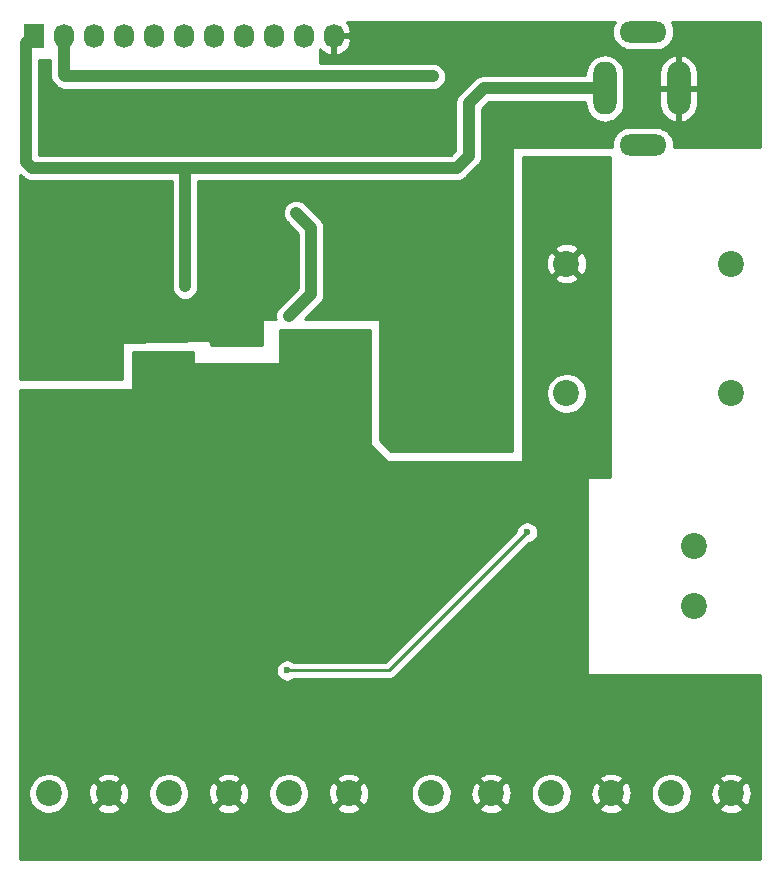
<source format=gbl>
G04 #@! TF.FileFunction,Copper,L2,Bot,Signal*
%FSLAX46Y46*%
G04 Gerber Fmt 4.6, Leading zero omitted, Abs format (unit mm)*
G04 Created by KiCad (PCBNEW 4.0.2-stable) date Sunday, 28 August 2016 12:14:49*
%MOMM*%
G01*
G04 APERTURE LIST*
%ADD10C,0.100000*%
%ADD11C,0.600000*%
%ADD12O,4.000000X1.800000*%
%ADD13O,2.000000X4.500000*%
%ADD14R,1.727200X2.032000*%
%ADD15O,1.727200X2.032000*%
%ADD16C,2.200000*%
%ADD17C,2.000000*%
%ADD18C,0.250000*%
%ADD19C,1.000000*%
%ADD20C,0.254000*%
G04 APERTURE END LIST*
D10*
D11*
X124460000Y-88646000D03*
X124460000Y-85090000D03*
X127635000Y-83185000D03*
X127635000Y-85725000D03*
X127635000Y-88265000D03*
X122428000Y-92329000D03*
X119634000Y-92075000D03*
X119634000Y-95250000D03*
X122555000Y-95250000D03*
X124460000Y-94361000D03*
X124460000Y-96520000D03*
X124460000Y-99060000D03*
X124460000Y-101600000D03*
X124460000Y-106680000D03*
X114173000Y-108077000D03*
X120523000Y-108077000D03*
X118110000Y-106680000D03*
X120523000Y-100457000D03*
X118110000Y-101600000D03*
X118110000Y-98552000D03*
X111760000Y-106680000D03*
X114173000Y-100457000D03*
X112395000Y-101600000D03*
X113030000Y-96520000D03*
X113030000Y-91440000D03*
X113030000Y-88265000D03*
X113030000Y-85979000D03*
X99060000Y-91440000D03*
X99060000Y-88265000D03*
X104140000Y-88265000D03*
X108585000Y-85090000D03*
X108585000Y-88265000D03*
X109347000Y-95631000D03*
X108458000Y-93218000D03*
X105283000Y-96393000D03*
X107823000Y-100457000D03*
X105410000Y-101600000D03*
X99060000Y-96520000D03*
X102870000Y-100330000D03*
X99060000Y-101600000D03*
X102870000Y-105156000D03*
X107823000Y-108077000D03*
X105410000Y-106680000D03*
X101473000Y-108077000D03*
X99060000Y-106680000D03*
X99060000Y-111760000D03*
X105410000Y-111760000D03*
X111760000Y-111760000D03*
X118110000Y-111760000D03*
X124460000Y-110363000D03*
X124460000Y-112649000D03*
X117729000Y-116840000D03*
X114554000Y-116840000D03*
X109220000Y-116840000D03*
X106680000Y-116840000D03*
X102870000Y-116840000D03*
X99060000Y-116840000D03*
X99060000Y-127000000D03*
X104775000Y-127000000D03*
X109855000Y-127000000D03*
X114935000Y-127000000D03*
X120015000Y-127000000D03*
X125095000Y-127000000D03*
X160655000Y-112395000D03*
X160655000Y-116840000D03*
X160655000Y-127000000D03*
X155575000Y-127000000D03*
X150495000Y-127000000D03*
X145415000Y-127000000D03*
X140335000Y-127000000D03*
X135255000Y-127000000D03*
X130175000Y-127000000D03*
X130810000Y-112014000D03*
X126746000Y-116840000D03*
X129794000Y-116840000D03*
X133096000Y-116840000D03*
X136144000Y-116840000D03*
X139446000Y-116840000D03*
X142494000Y-116840000D03*
X145415000Y-116840000D03*
X150495000Y-116840000D03*
X155575000Y-116840000D03*
X137160000Y-111760000D03*
X143510000Y-111760000D03*
X155575000Y-112395000D03*
X150495000Y-112395000D03*
X146050000Y-112395000D03*
X126873000Y-108077000D03*
X126873000Y-100457000D03*
X126746000Y-96647000D03*
X127635000Y-91948000D03*
X130810000Y-108966000D03*
X130810000Y-105918000D03*
X139573000Y-108077000D03*
X137160000Y-106680000D03*
X139700000Y-103505000D03*
X137541000Y-100330000D03*
X133223000Y-100457000D03*
X130810000Y-101600000D03*
X130810000Y-98425000D03*
X130810000Y-94234000D03*
X133985000Y-94234000D03*
X137922000Y-97282000D03*
X137795000Y-94361000D03*
X143510000Y-106680000D03*
X143510000Y-101600000D03*
X146050000Y-107315000D03*
X146050000Y-102235000D03*
X146050000Y-97155000D03*
X147955000Y-94615000D03*
X146050000Y-94615000D03*
X141605000Y-93980000D03*
X147955000Y-89535000D03*
X141605000Y-89535000D03*
X147955000Y-84455000D03*
X141605000Y-84455000D03*
X147955000Y-79375000D03*
X141605000Y-79375000D03*
X147955000Y-74295000D03*
X141605000Y-74295000D03*
X147955000Y-68580000D03*
X124714000Y-77724000D03*
X121666000Y-78359000D03*
X129540000Y-58420000D03*
X135001000Y-66548000D03*
X135001000Y-64516000D03*
X135001000Y-62865000D03*
X134620000Y-58420000D03*
X139700000Y-58420000D03*
X144780000Y-58420000D03*
X154940000Y-66040000D03*
X160020000Y-66040000D03*
X160020000Y-58420000D03*
X154940000Y-58420000D03*
X149860000Y-59690000D03*
X149860000Y-64770000D03*
X144780000Y-66040000D03*
X139700000Y-66040000D03*
X129413000Y-85852000D03*
X129413000Y-88519000D03*
X129413000Y-91440000D03*
X133223000Y-92583000D03*
X133604000Y-89662000D03*
X135001000Y-92583000D03*
X137414000Y-92583000D03*
X139700000Y-92583000D03*
X139700000Y-90170000D03*
X139700000Y-86360000D03*
X139700000Y-81280000D03*
X139700000Y-71120000D03*
X139700000Y-76200000D03*
X136525000Y-78867000D03*
X133477000Y-79248000D03*
X134620000Y-73660000D03*
X133350000Y-76200000D03*
X129540000Y-76200000D03*
X129413000Y-79248000D03*
X124714000Y-76581000D03*
X124714000Y-78994000D03*
X121666000Y-79121000D03*
X121666000Y-77597000D03*
X106680000Y-86360000D03*
X111506000Y-82550000D03*
X104140000Y-81407000D03*
X101600000Y-83820000D03*
X104140000Y-86360000D03*
X99060000Y-86360000D03*
X98806000Y-81280000D03*
X98806000Y-76200000D03*
X99060000Y-71120000D03*
X100380800Y-66954400D03*
X100431600Y-64262000D03*
D12*
X151305000Y-67030000D03*
D13*
X148055000Y-62230000D03*
X154305000Y-62230000D03*
D12*
X151305000Y-57430000D03*
D14*
X99695000Y-57785000D03*
D15*
X102235000Y-57785000D03*
X104775000Y-57785000D03*
X107315000Y-57785000D03*
X109855000Y-57785000D03*
X112395000Y-57785000D03*
X114935000Y-57785000D03*
X117475000Y-57785000D03*
X120015000Y-57785000D03*
X122555000Y-57785000D03*
X125095000Y-57785000D03*
D16*
X100965000Y-121920000D03*
X106045000Y-121920000D03*
X111125000Y-121920000D03*
X116205000Y-121920000D03*
X121285000Y-121920000D03*
X126365000Y-121920000D03*
X133350000Y-121920000D03*
X138430000Y-121920000D03*
X143510000Y-121920000D03*
X148590000Y-121920000D03*
X153670000Y-121920000D03*
X158750000Y-121920000D03*
X155575000Y-106045000D03*
X155575000Y-100965000D03*
D17*
X116840000Y-81915000D03*
D16*
X158715000Y-88050000D03*
X158715000Y-77050000D03*
X144815000Y-77050000D03*
X144815000Y-88050000D03*
D11*
X100431600Y-60045600D03*
X141605000Y-68580000D03*
X147955000Y-79375000D03*
X117602000Y-116840000D03*
X147955000Y-89535000D03*
X137160000Y-111760000D03*
X154940000Y-66040000D03*
X111506000Y-82550000D03*
X98806000Y-81280000D03*
X104140000Y-86360000D03*
X99060000Y-86360000D03*
X104140000Y-81407000D03*
X101600000Y-83820000D03*
X134620000Y-73660000D03*
X106680000Y-86360000D03*
X136525000Y-84455000D03*
X112522000Y-78994000D03*
X136525000Y-65405000D03*
X121920000Y-72771000D03*
X121920000Y-68961000D03*
X121285000Y-81534000D03*
X133477000Y-68961000D03*
X129032000Y-68961000D03*
X124587000Y-68961000D03*
X120142000Y-68961000D03*
X115697000Y-68961000D03*
X111252000Y-68961000D03*
X106807000Y-68961000D03*
X102362000Y-68961000D03*
X133477000Y-61214000D03*
X102362000Y-61214000D03*
X106807000Y-61214000D03*
X111252000Y-61214000D03*
X115697000Y-61214000D03*
X120142000Y-61214000D03*
X124587000Y-61214000D03*
X129032000Y-61214000D03*
X141478000Y-99822000D03*
X121158000Y-111506000D03*
D18*
X137795000Y-94107000D02*
X137795000Y-93980000D01*
X133985000Y-94107000D02*
X133985000Y-93980000D01*
X137795000Y-93980000D02*
X141605000Y-93980000D01*
X127000000Y-116840000D02*
X126873000Y-116840000D01*
X127000000Y-96520000D02*
X126746000Y-96520000D01*
X130810000Y-109220000D02*
X130810000Y-109093000D01*
X99060000Y-86360000D02*
X98806000Y-86106000D01*
X103886000Y-86614000D02*
X99314000Y-86614000D01*
X99314000Y-86614000D02*
X99060000Y-86360000D01*
X103886000Y-86614000D02*
X104140000Y-86360000D01*
X98806000Y-86106000D02*
X98806000Y-81280000D01*
X104140000Y-83820000D02*
X101600000Y-83820000D01*
X104140000Y-86360000D02*
X104140000Y-83820000D01*
X104140000Y-83820000D02*
X104140000Y-81407000D01*
X104140000Y-81407000D02*
X104140000Y-81280000D01*
X106680000Y-86360000D02*
X104140000Y-86360000D01*
D19*
X121285000Y-81534000D02*
X123190000Y-79629000D01*
X123190000Y-74041000D02*
X121920000Y-72771000D01*
X123190000Y-79629000D02*
X123190000Y-74041000D01*
X99060000Y-58420000D02*
X99060000Y-68453000D01*
X99060000Y-68453000D02*
X99568000Y-68961000D01*
X99568000Y-68961000D02*
X102362000Y-68961000D01*
X99060000Y-58420000D02*
X99695000Y-57785000D01*
X112522000Y-68961000D02*
X112522000Y-78994000D01*
X115697000Y-68961000D02*
X112522000Y-68961000D01*
X112522000Y-68961000D02*
X111252000Y-68961000D01*
X133477000Y-68961000D02*
X135509000Y-68961000D01*
X137795000Y-62230000D02*
X148055000Y-62230000D01*
X136525000Y-63500000D02*
X137795000Y-62230000D01*
X136525000Y-67945000D02*
X136525000Y-65405000D01*
X136525000Y-65405000D02*
X136525000Y-63500000D01*
X135509000Y-68961000D02*
X136525000Y-67945000D01*
X106807000Y-68961000D02*
X102362000Y-68961000D01*
X111252000Y-68961000D02*
X106807000Y-68961000D01*
X120142000Y-68961000D02*
X115697000Y-68961000D01*
X124587000Y-68961000D02*
X121920000Y-68961000D01*
X121920000Y-68961000D02*
X120142000Y-68961000D01*
X133477000Y-68961000D02*
X129032000Y-68961000D01*
X129032000Y-68961000D02*
X124587000Y-68961000D01*
X102235000Y-61087000D02*
X102362000Y-61214000D01*
X102235000Y-57785000D02*
X102235000Y-61087000D01*
X129032000Y-61214000D02*
X133477000Y-61214000D01*
X124587000Y-61214000D02*
X129032000Y-61214000D01*
X120142000Y-61214000D02*
X124587000Y-61214000D01*
X115697000Y-61214000D02*
X120142000Y-61214000D01*
X111252000Y-61214000D02*
X115697000Y-61214000D01*
X102362000Y-61214000D02*
X106807000Y-61214000D01*
X106807000Y-61214000D02*
X111252000Y-61214000D01*
D18*
X129794000Y-111506000D02*
X121158000Y-111506000D01*
X141478000Y-99822000D02*
X129794000Y-111506000D01*
D20*
G36*
X148463000Y-95123000D02*
X146685000Y-95123000D01*
X146649619Y-95128028D01*
X146617039Y-95142714D01*
X146589840Y-95165895D01*
X146570177Y-95195736D01*
X146559605Y-95229873D01*
X146558000Y-95250000D01*
X146558000Y-111760000D01*
X146563028Y-111795381D01*
X146577714Y-111827961D01*
X146600895Y-111855160D01*
X146630736Y-111874823D01*
X146664873Y-111885395D01*
X146685000Y-111887000D01*
X161163000Y-111887000D01*
X161163000Y-127508000D01*
X98552000Y-127508000D01*
X98552000Y-122065884D01*
X99227719Y-122065884D01*
X99289141Y-122400545D01*
X99414396Y-122716902D01*
X99598713Y-123002906D01*
X99835071Y-123247662D01*
X100114468Y-123441848D01*
X100426261Y-123578067D01*
X100758575Y-123651131D01*
X101098752Y-123658257D01*
X101433833Y-123599173D01*
X101751058Y-123476130D01*
X102038341Y-123293814D01*
X102213815Y-123126712D01*
X105017893Y-123126712D01*
X105125726Y-123401338D01*
X105432384Y-123552216D01*
X105762585Y-123640369D01*
X106103639Y-123662409D01*
X106442439Y-123617489D01*
X106765966Y-123507336D01*
X106964274Y-123401338D01*
X107072107Y-123126712D01*
X106045000Y-122099605D01*
X105017893Y-123126712D01*
X102213815Y-123126712D01*
X102284741Y-123059170D01*
X102480873Y-122781136D01*
X102619266Y-122470301D01*
X102694648Y-122138505D01*
X102696880Y-121978639D01*
X104302591Y-121978639D01*
X104347511Y-122317439D01*
X104457664Y-122640966D01*
X104563662Y-122839274D01*
X104838288Y-122947107D01*
X105865395Y-121920000D01*
X106224605Y-121920000D01*
X107251712Y-122947107D01*
X107526338Y-122839274D01*
X107677216Y-122532616D01*
X107765369Y-122202415D01*
X107774192Y-122065884D01*
X109387719Y-122065884D01*
X109449141Y-122400545D01*
X109574396Y-122716902D01*
X109758713Y-123002906D01*
X109995071Y-123247662D01*
X110274468Y-123441848D01*
X110586261Y-123578067D01*
X110918575Y-123651131D01*
X111258752Y-123658257D01*
X111593833Y-123599173D01*
X111911058Y-123476130D01*
X112198341Y-123293814D01*
X112373815Y-123126712D01*
X115177893Y-123126712D01*
X115285726Y-123401338D01*
X115592384Y-123552216D01*
X115922585Y-123640369D01*
X116263639Y-123662409D01*
X116602439Y-123617489D01*
X116925966Y-123507336D01*
X117124274Y-123401338D01*
X117232107Y-123126712D01*
X116205000Y-122099605D01*
X115177893Y-123126712D01*
X112373815Y-123126712D01*
X112444741Y-123059170D01*
X112640873Y-122781136D01*
X112779266Y-122470301D01*
X112854648Y-122138505D01*
X112856880Y-121978639D01*
X114462591Y-121978639D01*
X114507511Y-122317439D01*
X114617664Y-122640966D01*
X114723662Y-122839274D01*
X114998288Y-122947107D01*
X116025395Y-121920000D01*
X116384605Y-121920000D01*
X117411712Y-122947107D01*
X117686338Y-122839274D01*
X117837216Y-122532616D01*
X117925369Y-122202415D01*
X117934192Y-122065884D01*
X119547719Y-122065884D01*
X119609141Y-122400545D01*
X119734396Y-122716902D01*
X119918713Y-123002906D01*
X120155071Y-123247662D01*
X120434468Y-123441848D01*
X120746261Y-123578067D01*
X121078575Y-123651131D01*
X121418752Y-123658257D01*
X121753833Y-123599173D01*
X122071058Y-123476130D01*
X122358341Y-123293814D01*
X122533815Y-123126712D01*
X125337893Y-123126712D01*
X125445726Y-123401338D01*
X125752384Y-123552216D01*
X126082585Y-123640369D01*
X126423639Y-123662409D01*
X126762439Y-123617489D01*
X127085966Y-123507336D01*
X127284274Y-123401338D01*
X127392107Y-123126712D01*
X126365000Y-122099605D01*
X125337893Y-123126712D01*
X122533815Y-123126712D01*
X122604741Y-123059170D01*
X122800873Y-122781136D01*
X122939266Y-122470301D01*
X123014648Y-122138505D01*
X123016880Y-121978639D01*
X124622591Y-121978639D01*
X124667511Y-122317439D01*
X124777664Y-122640966D01*
X124883662Y-122839274D01*
X125158288Y-122947107D01*
X126185395Y-121920000D01*
X126544605Y-121920000D01*
X127571712Y-122947107D01*
X127846338Y-122839274D01*
X127997216Y-122532616D01*
X128085369Y-122202415D01*
X128094192Y-122065884D01*
X131612719Y-122065884D01*
X131674141Y-122400545D01*
X131799396Y-122716902D01*
X131983713Y-123002906D01*
X132220071Y-123247662D01*
X132499468Y-123441848D01*
X132811261Y-123578067D01*
X133143575Y-123651131D01*
X133483752Y-123658257D01*
X133818833Y-123599173D01*
X134136058Y-123476130D01*
X134423341Y-123293814D01*
X134598815Y-123126712D01*
X137402893Y-123126712D01*
X137510726Y-123401338D01*
X137817384Y-123552216D01*
X138147585Y-123640369D01*
X138488639Y-123662409D01*
X138827439Y-123617489D01*
X139150966Y-123507336D01*
X139349274Y-123401338D01*
X139457107Y-123126712D01*
X138430000Y-122099605D01*
X137402893Y-123126712D01*
X134598815Y-123126712D01*
X134669741Y-123059170D01*
X134865873Y-122781136D01*
X135004266Y-122470301D01*
X135079648Y-122138505D01*
X135081880Y-121978639D01*
X136687591Y-121978639D01*
X136732511Y-122317439D01*
X136842664Y-122640966D01*
X136948662Y-122839274D01*
X137223288Y-122947107D01*
X138250395Y-121920000D01*
X138609605Y-121920000D01*
X139636712Y-122947107D01*
X139911338Y-122839274D01*
X140062216Y-122532616D01*
X140150369Y-122202415D01*
X140159192Y-122065884D01*
X141772719Y-122065884D01*
X141834141Y-122400545D01*
X141959396Y-122716902D01*
X142143713Y-123002906D01*
X142380071Y-123247662D01*
X142659468Y-123441848D01*
X142971261Y-123578067D01*
X143303575Y-123651131D01*
X143643752Y-123658257D01*
X143978833Y-123599173D01*
X144296058Y-123476130D01*
X144583341Y-123293814D01*
X144758815Y-123126712D01*
X147562893Y-123126712D01*
X147670726Y-123401338D01*
X147977384Y-123552216D01*
X148307585Y-123640369D01*
X148648639Y-123662409D01*
X148987439Y-123617489D01*
X149310966Y-123507336D01*
X149509274Y-123401338D01*
X149617107Y-123126712D01*
X148590000Y-122099605D01*
X147562893Y-123126712D01*
X144758815Y-123126712D01*
X144829741Y-123059170D01*
X145025873Y-122781136D01*
X145164266Y-122470301D01*
X145239648Y-122138505D01*
X145241880Y-121978639D01*
X146847591Y-121978639D01*
X146892511Y-122317439D01*
X147002664Y-122640966D01*
X147108662Y-122839274D01*
X147383288Y-122947107D01*
X148410395Y-121920000D01*
X148769605Y-121920000D01*
X149796712Y-122947107D01*
X150071338Y-122839274D01*
X150222216Y-122532616D01*
X150310369Y-122202415D01*
X150319192Y-122065884D01*
X151932719Y-122065884D01*
X151994141Y-122400545D01*
X152119396Y-122716902D01*
X152303713Y-123002906D01*
X152540071Y-123247662D01*
X152819468Y-123441848D01*
X153131261Y-123578067D01*
X153463575Y-123651131D01*
X153803752Y-123658257D01*
X154138833Y-123599173D01*
X154456058Y-123476130D01*
X154743341Y-123293814D01*
X154918815Y-123126712D01*
X157722893Y-123126712D01*
X157830726Y-123401338D01*
X158137384Y-123552216D01*
X158467585Y-123640369D01*
X158808639Y-123662409D01*
X159147439Y-123617489D01*
X159470966Y-123507336D01*
X159669274Y-123401338D01*
X159777107Y-123126712D01*
X158750000Y-122099605D01*
X157722893Y-123126712D01*
X154918815Y-123126712D01*
X154989741Y-123059170D01*
X155185873Y-122781136D01*
X155324266Y-122470301D01*
X155399648Y-122138505D01*
X155401880Y-121978639D01*
X157007591Y-121978639D01*
X157052511Y-122317439D01*
X157162664Y-122640966D01*
X157268662Y-122839274D01*
X157543288Y-122947107D01*
X158570395Y-121920000D01*
X158929605Y-121920000D01*
X159956712Y-122947107D01*
X160231338Y-122839274D01*
X160382216Y-122532616D01*
X160470369Y-122202415D01*
X160492409Y-121861361D01*
X160447489Y-121522561D01*
X160337336Y-121199034D01*
X160231338Y-121000726D01*
X159956712Y-120892893D01*
X158929605Y-121920000D01*
X158570395Y-121920000D01*
X157543288Y-120892893D01*
X157268662Y-121000726D01*
X157117784Y-121307384D01*
X157029631Y-121637585D01*
X157007591Y-121978639D01*
X155401880Y-121978639D01*
X155405074Y-121749874D01*
X155338986Y-121416103D01*
X155209326Y-121101526D01*
X155021034Y-120818123D01*
X154916929Y-120713288D01*
X157722893Y-120713288D01*
X158750000Y-121740395D01*
X159777107Y-120713288D01*
X159669274Y-120438662D01*
X159362616Y-120287784D01*
X159032415Y-120199631D01*
X158691361Y-120177591D01*
X158352561Y-120222511D01*
X158029034Y-120332664D01*
X157830726Y-120438662D01*
X157722893Y-120713288D01*
X154916929Y-120713288D01*
X154781282Y-120576691D01*
X154499201Y-120386425D01*
X154185536Y-120254572D01*
X153852234Y-120186156D01*
X153511992Y-120183780D01*
X153177767Y-120247537D01*
X152862292Y-120374997D01*
X152577582Y-120561306D01*
X152334482Y-120799367D01*
X152142251Y-121080113D01*
X152008212Y-121392850D01*
X151937470Y-121725666D01*
X151932719Y-122065884D01*
X150319192Y-122065884D01*
X150332409Y-121861361D01*
X150287489Y-121522561D01*
X150177336Y-121199034D01*
X150071338Y-121000726D01*
X149796712Y-120892893D01*
X148769605Y-121920000D01*
X148410395Y-121920000D01*
X147383288Y-120892893D01*
X147108662Y-121000726D01*
X146957784Y-121307384D01*
X146869631Y-121637585D01*
X146847591Y-121978639D01*
X145241880Y-121978639D01*
X145245074Y-121749874D01*
X145178986Y-121416103D01*
X145049326Y-121101526D01*
X144861034Y-120818123D01*
X144756929Y-120713288D01*
X147562893Y-120713288D01*
X148590000Y-121740395D01*
X149617107Y-120713288D01*
X149509274Y-120438662D01*
X149202616Y-120287784D01*
X148872415Y-120199631D01*
X148531361Y-120177591D01*
X148192561Y-120222511D01*
X147869034Y-120332664D01*
X147670726Y-120438662D01*
X147562893Y-120713288D01*
X144756929Y-120713288D01*
X144621282Y-120576691D01*
X144339201Y-120386425D01*
X144025536Y-120254572D01*
X143692234Y-120186156D01*
X143351992Y-120183780D01*
X143017767Y-120247537D01*
X142702292Y-120374997D01*
X142417582Y-120561306D01*
X142174482Y-120799367D01*
X141982251Y-121080113D01*
X141848212Y-121392850D01*
X141777470Y-121725666D01*
X141772719Y-122065884D01*
X140159192Y-122065884D01*
X140172409Y-121861361D01*
X140127489Y-121522561D01*
X140017336Y-121199034D01*
X139911338Y-121000726D01*
X139636712Y-120892893D01*
X138609605Y-121920000D01*
X138250395Y-121920000D01*
X137223288Y-120892893D01*
X136948662Y-121000726D01*
X136797784Y-121307384D01*
X136709631Y-121637585D01*
X136687591Y-121978639D01*
X135081880Y-121978639D01*
X135085074Y-121749874D01*
X135018986Y-121416103D01*
X134889326Y-121101526D01*
X134701034Y-120818123D01*
X134596929Y-120713288D01*
X137402893Y-120713288D01*
X138430000Y-121740395D01*
X139457107Y-120713288D01*
X139349274Y-120438662D01*
X139042616Y-120287784D01*
X138712415Y-120199631D01*
X138371361Y-120177591D01*
X138032561Y-120222511D01*
X137709034Y-120332664D01*
X137510726Y-120438662D01*
X137402893Y-120713288D01*
X134596929Y-120713288D01*
X134461282Y-120576691D01*
X134179201Y-120386425D01*
X133865536Y-120254572D01*
X133532234Y-120186156D01*
X133191992Y-120183780D01*
X132857767Y-120247537D01*
X132542292Y-120374997D01*
X132257582Y-120561306D01*
X132014482Y-120799367D01*
X131822251Y-121080113D01*
X131688212Y-121392850D01*
X131617470Y-121725666D01*
X131612719Y-122065884D01*
X128094192Y-122065884D01*
X128107409Y-121861361D01*
X128062489Y-121522561D01*
X127952336Y-121199034D01*
X127846338Y-121000726D01*
X127571712Y-120892893D01*
X126544605Y-121920000D01*
X126185395Y-121920000D01*
X125158288Y-120892893D01*
X124883662Y-121000726D01*
X124732784Y-121307384D01*
X124644631Y-121637585D01*
X124622591Y-121978639D01*
X123016880Y-121978639D01*
X123020074Y-121749874D01*
X122953986Y-121416103D01*
X122824326Y-121101526D01*
X122636034Y-120818123D01*
X122531929Y-120713288D01*
X125337893Y-120713288D01*
X126365000Y-121740395D01*
X127392107Y-120713288D01*
X127284274Y-120438662D01*
X126977616Y-120287784D01*
X126647415Y-120199631D01*
X126306361Y-120177591D01*
X125967561Y-120222511D01*
X125644034Y-120332664D01*
X125445726Y-120438662D01*
X125337893Y-120713288D01*
X122531929Y-120713288D01*
X122396282Y-120576691D01*
X122114201Y-120386425D01*
X121800536Y-120254572D01*
X121467234Y-120186156D01*
X121126992Y-120183780D01*
X120792767Y-120247537D01*
X120477292Y-120374997D01*
X120192582Y-120561306D01*
X119949482Y-120799367D01*
X119757251Y-121080113D01*
X119623212Y-121392850D01*
X119552470Y-121725666D01*
X119547719Y-122065884D01*
X117934192Y-122065884D01*
X117947409Y-121861361D01*
X117902489Y-121522561D01*
X117792336Y-121199034D01*
X117686338Y-121000726D01*
X117411712Y-120892893D01*
X116384605Y-121920000D01*
X116025395Y-121920000D01*
X114998288Y-120892893D01*
X114723662Y-121000726D01*
X114572784Y-121307384D01*
X114484631Y-121637585D01*
X114462591Y-121978639D01*
X112856880Y-121978639D01*
X112860074Y-121749874D01*
X112793986Y-121416103D01*
X112664326Y-121101526D01*
X112476034Y-120818123D01*
X112371929Y-120713288D01*
X115177893Y-120713288D01*
X116205000Y-121740395D01*
X117232107Y-120713288D01*
X117124274Y-120438662D01*
X116817616Y-120287784D01*
X116487415Y-120199631D01*
X116146361Y-120177591D01*
X115807561Y-120222511D01*
X115484034Y-120332664D01*
X115285726Y-120438662D01*
X115177893Y-120713288D01*
X112371929Y-120713288D01*
X112236282Y-120576691D01*
X111954201Y-120386425D01*
X111640536Y-120254572D01*
X111307234Y-120186156D01*
X110966992Y-120183780D01*
X110632767Y-120247537D01*
X110317292Y-120374997D01*
X110032582Y-120561306D01*
X109789482Y-120799367D01*
X109597251Y-121080113D01*
X109463212Y-121392850D01*
X109392470Y-121725666D01*
X109387719Y-122065884D01*
X107774192Y-122065884D01*
X107787409Y-121861361D01*
X107742489Y-121522561D01*
X107632336Y-121199034D01*
X107526338Y-121000726D01*
X107251712Y-120892893D01*
X106224605Y-121920000D01*
X105865395Y-121920000D01*
X104838288Y-120892893D01*
X104563662Y-121000726D01*
X104412784Y-121307384D01*
X104324631Y-121637585D01*
X104302591Y-121978639D01*
X102696880Y-121978639D01*
X102700074Y-121749874D01*
X102633986Y-121416103D01*
X102504326Y-121101526D01*
X102316034Y-120818123D01*
X102211929Y-120713288D01*
X105017893Y-120713288D01*
X106045000Y-121740395D01*
X107072107Y-120713288D01*
X106964274Y-120438662D01*
X106657616Y-120287784D01*
X106327415Y-120199631D01*
X105986361Y-120177591D01*
X105647561Y-120222511D01*
X105324034Y-120332664D01*
X105125726Y-120438662D01*
X105017893Y-120713288D01*
X102211929Y-120713288D01*
X102076282Y-120576691D01*
X101794201Y-120386425D01*
X101480536Y-120254572D01*
X101147234Y-120186156D01*
X100806992Y-120183780D01*
X100472767Y-120247537D01*
X100157292Y-120374997D01*
X99872582Y-120561306D01*
X99629482Y-120799367D01*
X99437251Y-121080113D01*
X99303212Y-121392850D01*
X99232470Y-121725666D01*
X99227719Y-122065884D01*
X98552000Y-122065884D01*
X98552000Y-111584617D01*
X120221771Y-111584617D01*
X120254872Y-111764968D01*
X120322372Y-111935454D01*
X120421701Y-112089583D01*
X120549076Y-112221484D01*
X120699644Y-112326131D01*
X120867671Y-112399540D01*
X121046757Y-112438915D01*
X121230079Y-112442755D01*
X121410657Y-112410914D01*
X121581610Y-112344606D01*
X121705473Y-112266000D01*
X129794000Y-112266000D01*
X129863877Y-112259149D01*
X129933803Y-112253031D01*
X129937641Y-112251916D01*
X129941618Y-112251526D01*
X130008821Y-112231236D01*
X130076240Y-112211649D01*
X130079788Y-112209810D01*
X130083613Y-112208655D01*
X130145591Y-112175701D01*
X130207925Y-112143390D01*
X130211048Y-112140897D01*
X130214578Y-112139020D01*
X130268987Y-112094645D01*
X130323846Y-112050852D01*
X130329406Y-112045369D01*
X130329522Y-112045274D01*
X130329611Y-112045166D01*
X130331401Y-112043401D01*
X141630169Y-100744633D01*
X141730657Y-100726914D01*
X141901610Y-100660606D01*
X142056429Y-100562355D01*
X142189215Y-100435904D01*
X142294911Y-100286070D01*
X142369492Y-100118560D01*
X142410116Y-99939754D01*
X142413040Y-99730319D01*
X142377425Y-99550448D01*
X142307550Y-99380920D01*
X142206079Y-99228193D01*
X142076875Y-99098084D01*
X141924860Y-98995549D01*
X141755825Y-98924493D01*
X141576207Y-98887623D01*
X141392849Y-98886343D01*
X141212733Y-98920701D01*
X141042722Y-98989390D01*
X140889291Y-99089793D01*
X140758283Y-99218086D01*
X140654689Y-99369381D01*
X140582454Y-99537916D01*
X140554158Y-99671040D01*
X129479198Y-110746000D01*
X121703378Y-110746000D01*
X121604860Y-110679549D01*
X121435825Y-110608493D01*
X121256207Y-110571623D01*
X121072849Y-110570343D01*
X120892733Y-110604701D01*
X120722722Y-110673390D01*
X120569291Y-110773793D01*
X120438283Y-110902086D01*
X120334689Y-111053381D01*
X120262454Y-111221916D01*
X120224331Y-111401272D01*
X120221771Y-111584617D01*
X98552000Y-111584617D01*
X98552000Y-87757000D01*
X107950000Y-87757000D01*
X107985381Y-87751972D01*
X108017961Y-87737286D01*
X108045160Y-87714105D01*
X108064823Y-87684264D01*
X108075395Y-87650127D01*
X108077000Y-87630000D01*
X108077000Y-84582000D01*
X113157000Y-84582000D01*
X113157000Y-85471000D01*
X113162028Y-85506381D01*
X113176714Y-85538961D01*
X113199895Y-85566160D01*
X113229736Y-85585823D01*
X113263873Y-85596395D01*
X113284000Y-85598000D01*
X120396000Y-85598000D01*
X120431381Y-85592972D01*
X120463961Y-85578286D01*
X120491160Y-85555105D01*
X120510823Y-85525264D01*
X120521395Y-85491127D01*
X120523000Y-85471000D01*
X120523000Y-82677000D01*
X128143000Y-82677000D01*
X128143000Y-92329000D01*
X128148028Y-92364381D01*
X128162714Y-92396961D01*
X128180197Y-92418803D01*
X129577197Y-93815803D01*
X129605771Y-93837266D01*
X129639193Y-93849918D01*
X129667000Y-93853000D01*
X140970000Y-93853000D01*
X141005381Y-93847972D01*
X141037961Y-93833286D01*
X141065160Y-93810105D01*
X141084823Y-93780264D01*
X141095395Y-93746127D01*
X141097000Y-93726000D01*
X141097000Y-88195884D01*
X143077719Y-88195884D01*
X143139141Y-88530545D01*
X143264396Y-88846902D01*
X143448713Y-89132906D01*
X143685071Y-89377662D01*
X143964468Y-89571848D01*
X144276261Y-89708067D01*
X144608575Y-89781131D01*
X144948752Y-89788257D01*
X145283833Y-89729173D01*
X145601058Y-89606130D01*
X145888341Y-89423814D01*
X146134741Y-89189170D01*
X146330873Y-88911136D01*
X146469266Y-88600301D01*
X146544648Y-88268505D01*
X146550074Y-87879874D01*
X146483986Y-87546103D01*
X146354326Y-87231526D01*
X146166034Y-86948123D01*
X145926282Y-86706691D01*
X145644201Y-86516425D01*
X145330536Y-86384572D01*
X144997234Y-86316156D01*
X144656992Y-86313780D01*
X144322767Y-86377537D01*
X144007292Y-86504997D01*
X143722582Y-86691306D01*
X143479482Y-86929367D01*
X143287251Y-87210113D01*
X143153212Y-87522850D01*
X143082470Y-87855666D01*
X143077719Y-88195884D01*
X141097000Y-88195884D01*
X141097000Y-78256712D01*
X143787893Y-78256712D01*
X143895726Y-78531338D01*
X144202384Y-78682216D01*
X144532585Y-78770369D01*
X144873639Y-78792409D01*
X145212439Y-78747489D01*
X145535966Y-78637336D01*
X145734274Y-78531338D01*
X145842107Y-78256712D01*
X144815000Y-77229605D01*
X143787893Y-78256712D01*
X141097000Y-78256712D01*
X141097000Y-77108639D01*
X143072591Y-77108639D01*
X143117511Y-77447439D01*
X143227664Y-77770966D01*
X143333662Y-77969274D01*
X143608288Y-78077107D01*
X144635395Y-77050000D01*
X144994605Y-77050000D01*
X146021712Y-78077107D01*
X146296338Y-77969274D01*
X146447216Y-77662616D01*
X146535369Y-77332415D01*
X146557409Y-76991361D01*
X146512489Y-76652561D01*
X146402336Y-76329034D01*
X146296338Y-76130726D01*
X146021712Y-76022893D01*
X144994605Y-77050000D01*
X144635395Y-77050000D01*
X143608288Y-76022893D01*
X143333662Y-76130726D01*
X143182784Y-76437384D01*
X143094631Y-76767585D01*
X143072591Y-77108639D01*
X141097000Y-77108639D01*
X141097000Y-75843288D01*
X143787893Y-75843288D01*
X144815000Y-76870395D01*
X145842107Y-75843288D01*
X145734274Y-75568662D01*
X145427616Y-75417784D01*
X145097415Y-75329631D01*
X144756361Y-75307591D01*
X144417561Y-75352511D01*
X144094034Y-75462664D01*
X143895726Y-75568662D01*
X143787893Y-75843288D01*
X141097000Y-75843288D01*
X141097000Y-68072000D01*
X148463000Y-68072000D01*
X148463000Y-95123000D01*
X148463000Y-95123000D01*
G37*
X148463000Y-95123000D02*
X146685000Y-95123000D01*
X146649619Y-95128028D01*
X146617039Y-95142714D01*
X146589840Y-95165895D01*
X146570177Y-95195736D01*
X146559605Y-95229873D01*
X146558000Y-95250000D01*
X146558000Y-111760000D01*
X146563028Y-111795381D01*
X146577714Y-111827961D01*
X146600895Y-111855160D01*
X146630736Y-111874823D01*
X146664873Y-111885395D01*
X146685000Y-111887000D01*
X161163000Y-111887000D01*
X161163000Y-127508000D01*
X98552000Y-127508000D01*
X98552000Y-122065884D01*
X99227719Y-122065884D01*
X99289141Y-122400545D01*
X99414396Y-122716902D01*
X99598713Y-123002906D01*
X99835071Y-123247662D01*
X100114468Y-123441848D01*
X100426261Y-123578067D01*
X100758575Y-123651131D01*
X101098752Y-123658257D01*
X101433833Y-123599173D01*
X101751058Y-123476130D01*
X102038341Y-123293814D01*
X102213815Y-123126712D01*
X105017893Y-123126712D01*
X105125726Y-123401338D01*
X105432384Y-123552216D01*
X105762585Y-123640369D01*
X106103639Y-123662409D01*
X106442439Y-123617489D01*
X106765966Y-123507336D01*
X106964274Y-123401338D01*
X107072107Y-123126712D01*
X106045000Y-122099605D01*
X105017893Y-123126712D01*
X102213815Y-123126712D01*
X102284741Y-123059170D01*
X102480873Y-122781136D01*
X102619266Y-122470301D01*
X102694648Y-122138505D01*
X102696880Y-121978639D01*
X104302591Y-121978639D01*
X104347511Y-122317439D01*
X104457664Y-122640966D01*
X104563662Y-122839274D01*
X104838288Y-122947107D01*
X105865395Y-121920000D01*
X106224605Y-121920000D01*
X107251712Y-122947107D01*
X107526338Y-122839274D01*
X107677216Y-122532616D01*
X107765369Y-122202415D01*
X107774192Y-122065884D01*
X109387719Y-122065884D01*
X109449141Y-122400545D01*
X109574396Y-122716902D01*
X109758713Y-123002906D01*
X109995071Y-123247662D01*
X110274468Y-123441848D01*
X110586261Y-123578067D01*
X110918575Y-123651131D01*
X111258752Y-123658257D01*
X111593833Y-123599173D01*
X111911058Y-123476130D01*
X112198341Y-123293814D01*
X112373815Y-123126712D01*
X115177893Y-123126712D01*
X115285726Y-123401338D01*
X115592384Y-123552216D01*
X115922585Y-123640369D01*
X116263639Y-123662409D01*
X116602439Y-123617489D01*
X116925966Y-123507336D01*
X117124274Y-123401338D01*
X117232107Y-123126712D01*
X116205000Y-122099605D01*
X115177893Y-123126712D01*
X112373815Y-123126712D01*
X112444741Y-123059170D01*
X112640873Y-122781136D01*
X112779266Y-122470301D01*
X112854648Y-122138505D01*
X112856880Y-121978639D01*
X114462591Y-121978639D01*
X114507511Y-122317439D01*
X114617664Y-122640966D01*
X114723662Y-122839274D01*
X114998288Y-122947107D01*
X116025395Y-121920000D01*
X116384605Y-121920000D01*
X117411712Y-122947107D01*
X117686338Y-122839274D01*
X117837216Y-122532616D01*
X117925369Y-122202415D01*
X117934192Y-122065884D01*
X119547719Y-122065884D01*
X119609141Y-122400545D01*
X119734396Y-122716902D01*
X119918713Y-123002906D01*
X120155071Y-123247662D01*
X120434468Y-123441848D01*
X120746261Y-123578067D01*
X121078575Y-123651131D01*
X121418752Y-123658257D01*
X121753833Y-123599173D01*
X122071058Y-123476130D01*
X122358341Y-123293814D01*
X122533815Y-123126712D01*
X125337893Y-123126712D01*
X125445726Y-123401338D01*
X125752384Y-123552216D01*
X126082585Y-123640369D01*
X126423639Y-123662409D01*
X126762439Y-123617489D01*
X127085966Y-123507336D01*
X127284274Y-123401338D01*
X127392107Y-123126712D01*
X126365000Y-122099605D01*
X125337893Y-123126712D01*
X122533815Y-123126712D01*
X122604741Y-123059170D01*
X122800873Y-122781136D01*
X122939266Y-122470301D01*
X123014648Y-122138505D01*
X123016880Y-121978639D01*
X124622591Y-121978639D01*
X124667511Y-122317439D01*
X124777664Y-122640966D01*
X124883662Y-122839274D01*
X125158288Y-122947107D01*
X126185395Y-121920000D01*
X126544605Y-121920000D01*
X127571712Y-122947107D01*
X127846338Y-122839274D01*
X127997216Y-122532616D01*
X128085369Y-122202415D01*
X128094192Y-122065884D01*
X131612719Y-122065884D01*
X131674141Y-122400545D01*
X131799396Y-122716902D01*
X131983713Y-123002906D01*
X132220071Y-123247662D01*
X132499468Y-123441848D01*
X132811261Y-123578067D01*
X133143575Y-123651131D01*
X133483752Y-123658257D01*
X133818833Y-123599173D01*
X134136058Y-123476130D01*
X134423341Y-123293814D01*
X134598815Y-123126712D01*
X137402893Y-123126712D01*
X137510726Y-123401338D01*
X137817384Y-123552216D01*
X138147585Y-123640369D01*
X138488639Y-123662409D01*
X138827439Y-123617489D01*
X139150966Y-123507336D01*
X139349274Y-123401338D01*
X139457107Y-123126712D01*
X138430000Y-122099605D01*
X137402893Y-123126712D01*
X134598815Y-123126712D01*
X134669741Y-123059170D01*
X134865873Y-122781136D01*
X135004266Y-122470301D01*
X135079648Y-122138505D01*
X135081880Y-121978639D01*
X136687591Y-121978639D01*
X136732511Y-122317439D01*
X136842664Y-122640966D01*
X136948662Y-122839274D01*
X137223288Y-122947107D01*
X138250395Y-121920000D01*
X138609605Y-121920000D01*
X139636712Y-122947107D01*
X139911338Y-122839274D01*
X140062216Y-122532616D01*
X140150369Y-122202415D01*
X140159192Y-122065884D01*
X141772719Y-122065884D01*
X141834141Y-122400545D01*
X141959396Y-122716902D01*
X142143713Y-123002906D01*
X142380071Y-123247662D01*
X142659468Y-123441848D01*
X142971261Y-123578067D01*
X143303575Y-123651131D01*
X143643752Y-123658257D01*
X143978833Y-123599173D01*
X144296058Y-123476130D01*
X144583341Y-123293814D01*
X144758815Y-123126712D01*
X147562893Y-123126712D01*
X147670726Y-123401338D01*
X147977384Y-123552216D01*
X148307585Y-123640369D01*
X148648639Y-123662409D01*
X148987439Y-123617489D01*
X149310966Y-123507336D01*
X149509274Y-123401338D01*
X149617107Y-123126712D01*
X148590000Y-122099605D01*
X147562893Y-123126712D01*
X144758815Y-123126712D01*
X144829741Y-123059170D01*
X145025873Y-122781136D01*
X145164266Y-122470301D01*
X145239648Y-122138505D01*
X145241880Y-121978639D01*
X146847591Y-121978639D01*
X146892511Y-122317439D01*
X147002664Y-122640966D01*
X147108662Y-122839274D01*
X147383288Y-122947107D01*
X148410395Y-121920000D01*
X148769605Y-121920000D01*
X149796712Y-122947107D01*
X150071338Y-122839274D01*
X150222216Y-122532616D01*
X150310369Y-122202415D01*
X150319192Y-122065884D01*
X151932719Y-122065884D01*
X151994141Y-122400545D01*
X152119396Y-122716902D01*
X152303713Y-123002906D01*
X152540071Y-123247662D01*
X152819468Y-123441848D01*
X153131261Y-123578067D01*
X153463575Y-123651131D01*
X153803752Y-123658257D01*
X154138833Y-123599173D01*
X154456058Y-123476130D01*
X154743341Y-123293814D01*
X154918815Y-123126712D01*
X157722893Y-123126712D01*
X157830726Y-123401338D01*
X158137384Y-123552216D01*
X158467585Y-123640369D01*
X158808639Y-123662409D01*
X159147439Y-123617489D01*
X159470966Y-123507336D01*
X159669274Y-123401338D01*
X159777107Y-123126712D01*
X158750000Y-122099605D01*
X157722893Y-123126712D01*
X154918815Y-123126712D01*
X154989741Y-123059170D01*
X155185873Y-122781136D01*
X155324266Y-122470301D01*
X155399648Y-122138505D01*
X155401880Y-121978639D01*
X157007591Y-121978639D01*
X157052511Y-122317439D01*
X157162664Y-122640966D01*
X157268662Y-122839274D01*
X157543288Y-122947107D01*
X158570395Y-121920000D01*
X158929605Y-121920000D01*
X159956712Y-122947107D01*
X160231338Y-122839274D01*
X160382216Y-122532616D01*
X160470369Y-122202415D01*
X160492409Y-121861361D01*
X160447489Y-121522561D01*
X160337336Y-121199034D01*
X160231338Y-121000726D01*
X159956712Y-120892893D01*
X158929605Y-121920000D01*
X158570395Y-121920000D01*
X157543288Y-120892893D01*
X157268662Y-121000726D01*
X157117784Y-121307384D01*
X157029631Y-121637585D01*
X157007591Y-121978639D01*
X155401880Y-121978639D01*
X155405074Y-121749874D01*
X155338986Y-121416103D01*
X155209326Y-121101526D01*
X155021034Y-120818123D01*
X154916929Y-120713288D01*
X157722893Y-120713288D01*
X158750000Y-121740395D01*
X159777107Y-120713288D01*
X159669274Y-120438662D01*
X159362616Y-120287784D01*
X159032415Y-120199631D01*
X158691361Y-120177591D01*
X158352561Y-120222511D01*
X158029034Y-120332664D01*
X157830726Y-120438662D01*
X157722893Y-120713288D01*
X154916929Y-120713288D01*
X154781282Y-120576691D01*
X154499201Y-120386425D01*
X154185536Y-120254572D01*
X153852234Y-120186156D01*
X153511992Y-120183780D01*
X153177767Y-120247537D01*
X152862292Y-120374997D01*
X152577582Y-120561306D01*
X152334482Y-120799367D01*
X152142251Y-121080113D01*
X152008212Y-121392850D01*
X151937470Y-121725666D01*
X151932719Y-122065884D01*
X150319192Y-122065884D01*
X150332409Y-121861361D01*
X150287489Y-121522561D01*
X150177336Y-121199034D01*
X150071338Y-121000726D01*
X149796712Y-120892893D01*
X148769605Y-121920000D01*
X148410395Y-121920000D01*
X147383288Y-120892893D01*
X147108662Y-121000726D01*
X146957784Y-121307384D01*
X146869631Y-121637585D01*
X146847591Y-121978639D01*
X145241880Y-121978639D01*
X145245074Y-121749874D01*
X145178986Y-121416103D01*
X145049326Y-121101526D01*
X144861034Y-120818123D01*
X144756929Y-120713288D01*
X147562893Y-120713288D01*
X148590000Y-121740395D01*
X149617107Y-120713288D01*
X149509274Y-120438662D01*
X149202616Y-120287784D01*
X148872415Y-120199631D01*
X148531361Y-120177591D01*
X148192561Y-120222511D01*
X147869034Y-120332664D01*
X147670726Y-120438662D01*
X147562893Y-120713288D01*
X144756929Y-120713288D01*
X144621282Y-120576691D01*
X144339201Y-120386425D01*
X144025536Y-120254572D01*
X143692234Y-120186156D01*
X143351992Y-120183780D01*
X143017767Y-120247537D01*
X142702292Y-120374997D01*
X142417582Y-120561306D01*
X142174482Y-120799367D01*
X141982251Y-121080113D01*
X141848212Y-121392850D01*
X141777470Y-121725666D01*
X141772719Y-122065884D01*
X140159192Y-122065884D01*
X140172409Y-121861361D01*
X140127489Y-121522561D01*
X140017336Y-121199034D01*
X139911338Y-121000726D01*
X139636712Y-120892893D01*
X138609605Y-121920000D01*
X138250395Y-121920000D01*
X137223288Y-120892893D01*
X136948662Y-121000726D01*
X136797784Y-121307384D01*
X136709631Y-121637585D01*
X136687591Y-121978639D01*
X135081880Y-121978639D01*
X135085074Y-121749874D01*
X135018986Y-121416103D01*
X134889326Y-121101526D01*
X134701034Y-120818123D01*
X134596929Y-120713288D01*
X137402893Y-120713288D01*
X138430000Y-121740395D01*
X139457107Y-120713288D01*
X139349274Y-120438662D01*
X139042616Y-120287784D01*
X138712415Y-120199631D01*
X138371361Y-120177591D01*
X138032561Y-120222511D01*
X137709034Y-120332664D01*
X137510726Y-120438662D01*
X137402893Y-120713288D01*
X134596929Y-120713288D01*
X134461282Y-120576691D01*
X134179201Y-120386425D01*
X133865536Y-120254572D01*
X133532234Y-120186156D01*
X133191992Y-120183780D01*
X132857767Y-120247537D01*
X132542292Y-120374997D01*
X132257582Y-120561306D01*
X132014482Y-120799367D01*
X131822251Y-121080113D01*
X131688212Y-121392850D01*
X131617470Y-121725666D01*
X131612719Y-122065884D01*
X128094192Y-122065884D01*
X128107409Y-121861361D01*
X128062489Y-121522561D01*
X127952336Y-121199034D01*
X127846338Y-121000726D01*
X127571712Y-120892893D01*
X126544605Y-121920000D01*
X126185395Y-121920000D01*
X125158288Y-120892893D01*
X124883662Y-121000726D01*
X124732784Y-121307384D01*
X124644631Y-121637585D01*
X124622591Y-121978639D01*
X123016880Y-121978639D01*
X123020074Y-121749874D01*
X122953986Y-121416103D01*
X122824326Y-121101526D01*
X122636034Y-120818123D01*
X122531929Y-120713288D01*
X125337893Y-120713288D01*
X126365000Y-121740395D01*
X127392107Y-120713288D01*
X127284274Y-120438662D01*
X126977616Y-120287784D01*
X126647415Y-120199631D01*
X126306361Y-120177591D01*
X125967561Y-120222511D01*
X125644034Y-120332664D01*
X125445726Y-120438662D01*
X125337893Y-120713288D01*
X122531929Y-120713288D01*
X122396282Y-120576691D01*
X122114201Y-120386425D01*
X121800536Y-120254572D01*
X121467234Y-120186156D01*
X121126992Y-120183780D01*
X120792767Y-120247537D01*
X120477292Y-120374997D01*
X120192582Y-120561306D01*
X119949482Y-120799367D01*
X119757251Y-121080113D01*
X119623212Y-121392850D01*
X119552470Y-121725666D01*
X119547719Y-122065884D01*
X117934192Y-122065884D01*
X117947409Y-121861361D01*
X117902489Y-121522561D01*
X117792336Y-121199034D01*
X117686338Y-121000726D01*
X117411712Y-120892893D01*
X116384605Y-121920000D01*
X116025395Y-121920000D01*
X114998288Y-120892893D01*
X114723662Y-121000726D01*
X114572784Y-121307384D01*
X114484631Y-121637585D01*
X114462591Y-121978639D01*
X112856880Y-121978639D01*
X112860074Y-121749874D01*
X112793986Y-121416103D01*
X112664326Y-121101526D01*
X112476034Y-120818123D01*
X112371929Y-120713288D01*
X115177893Y-120713288D01*
X116205000Y-121740395D01*
X117232107Y-120713288D01*
X117124274Y-120438662D01*
X116817616Y-120287784D01*
X116487415Y-120199631D01*
X116146361Y-120177591D01*
X115807561Y-120222511D01*
X115484034Y-120332664D01*
X115285726Y-120438662D01*
X115177893Y-120713288D01*
X112371929Y-120713288D01*
X112236282Y-120576691D01*
X111954201Y-120386425D01*
X111640536Y-120254572D01*
X111307234Y-120186156D01*
X110966992Y-120183780D01*
X110632767Y-120247537D01*
X110317292Y-120374997D01*
X110032582Y-120561306D01*
X109789482Y-120799367D01*
X109597251Y-121080113D01*
X109463212Y-121392850D01*
X109392470Y-121725666D01*
X109387719Y-122065884D01*
X107774192Y-122065884D01*
X107787409Y-121861361D01*
X107742489Y-121522561D01*
X107632336Y-121199034D01*
X107526338Y-121000726D01*
X107251712Y-120892893D01*
X106224605Y-121920000D01*
X105865395Y-121920000D01*
X104838288Y-120892893D01*
X104563662Y-121000726D01*
X104412784Y-121307384D01*
X104324631Y-121637585D01*
X104302591Y-121978639D01*
X102696880Y-121978639D01*
X102700074Y-121749874D01*
X102633986Y-121416103D01*
X102504326Y-121101526D01*
X102316034Y-120818123D01*
X102211929Y-120713288D01*
X105017893Y-120713288D01*
X106045000Y-121740395D01*
X107072107Y-120713288D01*
X106964274Y-120438662D01*
X106657616Y-120287784D01*
X106327415Y-120199631D01*
X105986361Y-120177591D01*
X105647561Y-120222511D01*
X105324034Y-120332664D01*
X105125726Y-120438662D01*
X105017893Y-120713288D01*
X102211929Y-120713288D01*
X102076282Y-120576691D01*
X101794201Y-120386425D01*
X101480536Y-120254572D01*
X101147234Y-120186156D01*
X100806992Y-120183780D01*
X100472767Y-120247537D01*
X100157292Y-120374997D01*
X99872582Y-120561306D01*
X99629482Y-120799367D01*
X99437251Y-121080113D01*
X99303212Y-121392850D01*
X99232470Y-121725666D01*
X99227719Y-122065884D01*
X98552000Y-122065884D01*
X98552000Y-111584617D01*
X120221771Y-111584617D01*
X120254872Y-111764968D01*
X120322372Y-111935454D01*
X120421701Y-112089583D01*
X120549076Y-112221484D01*
X120699644Y-112326131D01*
X120867671Y-112399540D01*
X121046757Y-112438915D01*
X121230079Y-112442755D01*
X121410657Y-112410914D01*
X121581610Y-112344606D01*
X121705473Y-112266000D01*
X129794000Y-112266000D01*
X129863877Y-112259149D01*
X129933803Y-112253031D01*
X129937641Y-112251916D01*
X129941618Y-112251526D01*
X130008821Y-112231236D01*
X130076240Y-112211649D01*
X130079788Y-112209810D01*
X130083613Y-112208655D01*
X130145591Y-112175701D01*
X130207925Y-112143390D01*
X130211048Y-112140897D01*
X130214578Y-112139020D01*
X130268987Y-112094645D01*
X130323846Y-112050852D01*
X130329406Y-112045369D01*
X130329522Y-112045274D01*
X130329611Y-112045166D01*
X130331401Y-112043401D01*
X141630169Y-100744633D01*
X141730657Y-100726914D01*
X141901610Y-100660606D01*
X142056429Y-100562355D01*
X142189215Y-100435904D01*
X142294911Y-100286070D01*
X142369492Y-100118560D01*
X142410116Y-99939754D01*
X142413040Y-99730319D01*
X142377425Y-99550448D01*
X142307550Y-99380920D01*
X142206079Y-99228193D01*
X142076875Y-99098084D01*
X141924860Y-98995549D01*
X141755825Y-98924493D01*
X141576207Y-98887623D01*
X141392849Y-98886343D01*
X141212733Y-98920701D01*
X141042722Y-98989390D01*
X140889291Y-99089793D01*
X140758283Y-99218086D01*
X140654689Y-99369381D01*
X140582454Y-99537916D01*
X140554158Y-99671040D01*
X129479198Y-110746000D01*
X121703378Y-110746000D01*
X121604860Y-110679549D01*
X121435825Y-110608493D01*
X121256207Y-110571623D01*
X121072849Y-110570343D01*
X120892733Y-110604701D01*
X120722722Y-110673390D01*
X120569291Y-110773793D01*
X120438283Y-110902086D01*
X120334689Y-111053381D01*
X120262454Y-111221916D01*
X120224331Y-111401272D01*
X120221771Y-111584617D01*
X98552000Y-111584617D01*
X98552000Y-87757000D01*
X107950000Y-87757000D01*
X107985381Y-87751972D01*
X108017961Y-87737286D01*
X108045160Y-87714105D01*
X108064823Y-87684264D01*
X108075395Y-87650127D01*
X108077000Y-87630000D01*
X108077000Y-84582000D01*
X113157000Y-84582000D01*
X113157000Y-85471000D01*
X113162028Y-85506381D01*
X113176714Y-85538961D01*
X113199895Y-85566160D01*
X113229736Y-85585823D01*
X113263873Y-85596395D01*
X113284000Y-85598000D01*
X120396000Y-85598000D01*
X120431381Y-85592972D01*
X120463961Y-85578286D01*
X120491160Y-85555105D01*
X120510823Y-85525264D01*
X120521395Y-85491127D01*
X120523000Y-85471000D01*
X120523000Y-82677000D01*
X128143000Y-82677000D01*
X128143000Y-92329000D01*
X128148028Y-92364381D01*
X128162714Y-92396961D01*
X128180197Y-92418803D01*
X129577197Y-93815803D01*
X129605771Y-93837266D01*
X129639193Y-93849918D01*
X129667000Y-93853000D01*
X140970000Y-93853000D01*
X141005381Y-93847972D01*
X141037961Y-93833286D01*
X141065160Y-93810105D01*
X141084823Y-93780264D01*
X141095395Y-93746127D01*
X141097000Y-93726000D01*
X141097000Y-88195884D01*
X143077719Y-88195884D01*
X143139141Y-88530545D01*
X143264396Y-88846902D01*
X143448713Y-89132906D01*
X143685071Y-89377662D01*
X143964468Y-89571848D01*
X144276261Y-89708067D01*
X144608575Y-89781131D01*
X144948752Y-89788257D01*
X145283833Y-89729173D01*
X145601058Y-89606130D01*
X145888341Y-89423814D01*
X146134741Y-89189170D01*
X146330873Y-88911136D01*
X146469266Y-88600301D01*
X146544648Y-88268505D01*
X146550074Y-87879874D01*
X146483986Y-87546103D01*
X146354326Y-87231526D01*
X146166034Y-86948123D01*
X145926282Y-86706691D01*
X145644201Y-86516425D01*
X145330536Y-86384572D01*
X144997234Y-86316156D01*
X144656992Y-86313780D01*
X144322767Y-86377537D01*
X144007292Y-86504997D01*
X143722582Y-86691306D01*
X143479482Y-86929367D01*
X143287251Y-87210113D01*
X143153212Y-87522850D01*
X143082470Y-87855666D01*
X143077719Y-88195884D01*
X141097000Y-88195884D01*
X141097000Y-78256712D01*
X143787893Y-78256712D01*
X143895726Y-78531338D01*
X144202384Y-78682216D01*
X144532585Y-78770369D01*
X144873639Y-78792409D01*
X145212439Y-78747489D01*
X145535966Y-78637336D01*
X145734274Y-78531338D01*
X145842107Y-78256712D01*
X144815000Y-77229605D01*
X143787893Y-78256712D01*
X141097000Y-78256712D01*
X141097000Y-77108639D01*
X143072591Y-77108639D01*
X143117511Y-77447439D01*
X143227664Y-77770966D01*
X143333662Y-77969274D01*
X143608288Y-78077107D01*
X144635395Y-77050000D01*
X144994605Y-77050000D01*
X146021712Y-78077107D01*
X146296338Y-77969274D01*
X146447216Y-77662616D01*
X146535369Y-77332415D01*
X146557409Y-76991361D01*
X146512489Y-76652561D01*
X146402336Y-76329034D01*
X146296338Y-76130726D01*
X146021712Y-76022893D01*
X144994605Y-77050000D01*
X144635395Y-77050000D01*
X143608288Y-76022893D01*
X143333662Y-76130726D01*
X143182784Y-76437384D01*
X143094631Y-76767585D01*
X143072591Y-77108639D01*
X141097000Y-77108639D01*
X141097000Y-75843288D01*
X143787893Y-75843288D01*
X144815000Y-76870395D01*
X145842107Y-75843288D01*
X145734274Y-75568662D01*
X145427616Y-75417784D01*
X145097415Y-75329631D01*
X144756361Y-75307591D01*
X144417561Y-75352511D01*
X144094034Y-75462664D01*
X143895726Y-75568662D01*
X143787893Y-75843288D01*
X141097000Y-75843288D01*
X141097000Y-68072000D01*
X148463000Y-68072000D01*
X148463000Y-95123000D01*
G36*
X148777190Y-56835164D02*
X148688602Y-57121345D01*
X148657287Y-57419284D01*
X148684439Y-57717630D01*
X148769023Y-58005021D01*
X148907817Y-58270510D01*
X149095534Y-58503983D01*
X149325026Y-58696549D01*
X149587549Y-58840873D01*
X149873106Y-58931457D01*
X150170818Y-58964850D01*
X150192250Y-58965000D01*
X152417750Y-58965000D01*
X152715900Y-58935766D01*
X153002693Y-58849178D01*
X153267206Y-58708534D01*
X153499364Y-58519191D01*
X153690323Y-58288361D01*
X153832810Y-58024836D01*
X153921398Y-57738655D01*
X153952713Y-57440716D01*
X153925561Y-57142370D01*
X153840977Y-56854979D01*
X153729635Y-56642000D01*
X161163000Y-56642000D01*
X161163000Y-67183000D01*
X153937758Y-67183000D01*
X153952713Y-67040716D01*
X153925561Y-66742370D01*
X153840977Y-66454979D01*
X153702183Y-66189490D01*
X153514466Y-65956017D01*
X153284974Y-65763451D01*
X153022451Y-65619127D01*
X152736894Y-65528543D01*
X152439182Y-65495150D01*
X152417750Y-65495000D01*
X150192250Y-65495000D01*
X149894100Y-65524234D01*
X149607307Y-65610822D01*
X149342794Y-65751466D01*
X149110636Y-65940809D01*
X148919677Y-66171639D01*
X148777190Y-66435164D01*
X148688602Y-66721345D01*
X148657287Y-67019284D01*
X148672187Y-67183000D01*
X140335000Y-67183000D01*
X140299619Y-67188028D01*
X140267039Y-67202714D01*
X140239840Y-67225895D01*
X140220177Y-67255736D01*
X140209605Y-67289873D01*
X140208000Y-67310000D01*
X140208000Y-92964000D01*
X129973606Y-92964000D01*
X129032000Y-92022394D01*
X129032000Y-81915000D01*
X129026972Y-81879619D01*
X129012286Y-81847039D01*
X128989105Y-81819840D01*
X128959264Y-81800177D01*
X128925127Y-81789605D01*
X128905000Y-81788000D01*
X122636132Y-81788000D01*
X123992566Y-80431566D01*
X124059079Y-80350592D01*
X124126504Y-80270238D01*
X124129382Y-80265003D01*
X124133167Y-80260395D01*
X124182687Y-80168041D01*
X124233219Y-80076124D01*
X124235024Y-80070435D01*
X124237844Y-80065175D01*
X124268496Y-79964918D01*
X124300198Y-79864980D01*
X124300863Y-79859049D01*
X124302608Y-79853342D01*
X124313204Y-79749027D01*
X124324889Y-79644847D01*
X124324971Y-79633181D01*
X124324993Y-79632962D01*
X124324974Y-79632758D01*
X124325000Y-79629000D01*
X124325000Y-74041000D01*
X124314768Y-73936650D01*
X124305632Y-73832215D01*
X124303966Y-73826481D01*
X124303384Y-73820544D01*
X124273081Y-73720175D01*
X124243831Y-73619497D01*
X124241086Y-73614201D01*
X124239360Y-73608485D01*
X124190132Y-73515902D01*
X124141891Y-73422834D01*
X124138167Y-73418169D01*
X124135366Y-73412901D01*
X124069082Y-73331629D01*
X124003693Y-73249718D01*
X123995507Y-73241416D01*
X123995363Y-73241240D01*
X123995200Y-73241105D01*
X123992566Y-73238434D01*
X122722566Y-71968434D01*
X122551395Y-71827833D01*
X122356175Y-71723156D01*
X122144342Y-71658392D01*
X121923962Y-71636007D01*
X121703432Y-71656853D01*
X121491150Y-71720137D01*
X121295204Y-71823448D01*
X121123057Y-71962850D01*
X120981263Y-72133036D01*
X120875227Y-72327520D01*
X120808986Y-72538897D01*
X120785063Y-72759115D01*
X120804368Y-72979785D01*
X120866168Y-73192503D01*
X120968108Y-73389165D01*
X121106307Y-73562282D01*
X121117434Y-73573566D01*
X122055000Y-74511132D01*
X122055000Y-79158868D01*
X120482434Y-80731434D01*
X120341833Y-80902605D01*
X120237156Y-81097825D01*
X120172392Y-81309658D01*
X120150007Y-81530038D01*
X120170853Y-81750568D01*
X120182012Y-81788000D01*
X119126000Y-81788000D01*
X119090619Y-81793028D01*
X119058039Y-81807714D01*
X119030840Y-81830895D01*
X119011177Y-81860736D01*
X119000605Y-81894873D01*
X118999000Y-81915000D01*
X118999000Y-83947000D01*
X114681000Y-83947000D01*
X114681000Y-83693000D01*
X114675972Y-83657619D01*
X114661286Y-83625039D01*
X114638105Y-83597840D01*
X114608264Y-83578177D01*
X114574127Y-83567605D01*
X114551772Y-83566020D01*
X107312772Y-83693020D01*
X107277485Y-83698667D01*
X107245167Y-83713923D01*
X107218380Y-83737577D01*
X107199243Y-83767758D01*
X107189271Y-83802076D01*
X107188000Y-83820000D01*
X107188000Y-86868000D01*
X98552000Y-86868000D01*
X98552000Y-69550132D01*
X98765433Y-69763566D01*
X98846455Y-69830118D01*
X98926762Y-69897504D01*
X98931994Y-69900380D01*
X98936604Y-69904167D01*
X99028998Y-69953709D01*
X99120876Y-70004219D01*
X99126563Y-70006023D01*
X99131824Y-70008844D01*
X99232055Y-70039487D01*
X99332020Y-70071198D01*
X99337956Y-70071864D01*
X99343658Y-70073607D01*
X99447923Y-70084198D01*
X99552153Y-70095889D01*
X99563819Y-70095971D01*
X99564038Y-70095993D01*
X99564242Y-70095974D01*
X99568000Y-70096000D01*
X111387000Y-70096000D01*
X111387000Y-78994000D01*
X111408616Y-79214456D01*
X111472640Y-79426515D01*
X111576634Y-79622099D01*
X111716637Y-79793760D01*
X111887316Y-79934958D01*
X112082170Y-80040315D01*
X112293777Y-80105818D01*
X112514076Y-80128972D01*
X112734678Y-80108896D01*
X112947178Y-80046354D01*
X113143484Y-79943727D01*
X113316118Y-79804926D01*
X113458504Y-79635238D01*
X113565219Y-79441124D01*
X113632198Y-79229980D01*
X113656889Y-79009847D01*
X113657000Y-78994000D01*
X113657000Y-70096000D01*
X135509000Y-70096000D01*
X135613350Y-70085768D01*
X135717785Y-70076632D01*
X135723519Y-70074966D01*
X135729456Y-70074384D01*
X135829779Y-70044095D01*
X135930503Y-70014832D01*
X135935804Y-70012084D01*
X135941515Y-70010360D01*
X136034044Y-69961161D01*
X136127165Y-69912892D01*
X136131831Y-69909167D01*
X136137099Y-69906366D01*
X136218366Y-69840087D01*
X136300282Y-69774693D01*
X136308584Y-69766507D01*
X136308760Y-69766363D01*
X136308895Y-69766200D01*
X136311566Y-69763566D01*
X137327566Y-68747566D01*
X137394079Y-68666592D01*
X137461504Y-68586238D01*
X137464382Y-68581003D01*
X137468167Y-68576395D01*
X137517687Y-68484041D01*
X137568219Y-68392124D01*
X137570024Y-68386435D01*
X137572844Y-68381175D01*
X137603496Y-68280918D01*
X137635198Y-68180980D01*
X137635863Y-68175049D01*
X137637608Y-68169342D01*
X137648204Y-68065027D01*
X137659889Y-67960847D01*
X137659971Y-67949181D01*
X137659993Y-67948962D01*
X137659974Y-67948758D01*
X137660000Y-67945000D01*
X137660000Y-63970132D01*
X138265132Y-63365000D01*
X146420000Y-63365000D01*
X146420000Y-63493959D01*
X146451138Y-63811532D01*
X146543367Y-64117009D01*
X146693174Y-64398754D01*
X146894852Y-64646036D01*
X147140720Y-64849435D01*
X147421412Y-65001205D01*
X147726238Y-65095565D01*
X148043586Y-65128919D01*
X148361368Y-65099999D01*
X148667482Y-65009905D01*
X148950266Y-64862069D01*
X149198950Y-64662122D01*
X149404061Y-64417680D01*
X149557786Y-64138054D01*
X149654271Y-63833895D01*
X149689841Y-63516787D01*
X149690000Y-63493959D01*
X149690000Y-62357000D01*
X152670000Y-62357000D01*
X152670000Y-63607000D01*
X152726193Y-63923532D01*
X152843058Y-64223020D01*
X153016105Y-64493954D01*
X153238683Y-64725922D01*
X153502239Y-64910010D01*
X153796645Y-65039144D01*
X153924566Y-65070124D01*
X154178000Y-64950777D01*
X154178000Y-62357000D01*
X154432000Y-62357000D01*
X154432000Y-64950777D01*
X154685434Y-65070124D01*
X154813355Y-65039144D01*
X155107761Y-64910010D01*
X155371317Y-64725922D01*
X155593895Y-64493954D01*
X155766942Y-64223020D01*
X155883807Y-63923532D01*
X155940000Y-63607000D01*
X155940000Y-62357000D01*
X154432000Y-62357000D01*
X154178000Y-62357000D01*
X152670000Y-62357000D01*
X149690000Y-62357000D01*
X149690000Y-60966041D01*
X149678917Y-60853000D01*
X152670000Y-60853000D01*
X152670000Y-62103000D01*
X154178000Y-62103000D01*
X154178000Y-59509223D01*
X154432000Y-59509223D01*
X154432000Y-62103000D01*
X155940000Y-62103000D01*
X155940000Y-60853000D01*
X155883807Y-60536468D01*
X155766942Y-60236980D01*
X155593895Y-59966046D01*
X155371317Y-59734078D01*
X155107761Y-59549990D01*
X154813355Y-59420856D01*
X154685434Y-59389876D01*
X154432000Y-59509223D01*
X154178000Y-59509223D01*
X153924566Y-59389876D01*
X153796645Y-59420856D01*
X153502239Y-59549990D01*
X153238683Y-59734078D01*
X153016105Y-59966046D01*
X152843058Y-60236980D01*
X152726193Y-60536468D01*
X152670000Y-60853000D01*
X149678917Y-60853000D01*
X149658862Y-60648468D01*
X149566633Y-60342991D01*
X149416826Y-60061246D01*
X149215148Y-59813964D01*
X148969280Y-59610565D01*
X148688588Y-59458795D01*
X148383762Y-59364435D01*
X148066414Y-59331081D01*
X147748632Y-59360001D01*
X147442518Y-59450095D01*
X147159734Y-59597931D01*
X146911050Y-59797878D01*
X146705939Y-60042320D01*
X146552214Y-60321946D01*
X146455729Y-60626105D01*
X146420159Y-60943213D01*
X146420000Y-60966041D01*
X146420000Y-61095000D01*
X137795000Y-61095000D01*
X137690650Y-61105232D01*
X137586215Y-61114368D01*
X137580481Y-61116034D01*
X137574544Y-61116616D01*
X137474175Y-61146919D01*
X137373497Y-61176169D01*
X137368201Y-61178914D01*
X137362485Y-61180640D01*
X137269902Y-61229868D01*
X137176834Y-61278109D01*
X137172169Y-61281833D01*
X137166901Y-61284634D01*
X137085629Y-61350918D01*
X137003718Y-61416307D01*
X136995416Y-61424493D01*
X136995240Y-61424637D01*
X136995105Y-61424800D01*
X136992434Y-61427434D01*
X135722434Y-62697434D01*
X135655921Y-62778408D01*
X135588496Y-62858762D01*
X135585618Y-62863997D01*
X135581833Y-62868605D01*
X135532313Y-62960959D01*
X135481781Y-63052876D01*
X135479976Y-63058565D01*
X135477156Y-63063825D01*
X135446504Y-63164082D01*
X135414802Y-63264020D01*
X135414137Y-63269951D01*
X135412392Y-63275658D01*
X135401796Y-63379973D01*
X135390111Y-63484153D01*
X135390029Y-63495819D01*
X135390007Y-63496038D01*
X135390026Y-63496242D01*
X135390000Y-63500000D01*
X135390000Y-67474868D01*
X135038868Y-67826000D01*
X100195000Y-67826000D01*
X100195000Y-59817000D01*
X101100000Y-59817000D01*
X101100000Y-61087000D01*
X101110232Y-61191350D01*
X101119368Y-61295785D01*
X101121034Y-61301519D01*
X101121616Y-61307456D01*
X101151905Y-61407779D01*
X101181168Y-61508503D01*
X101183916Y-61513804D01*
X101185640Y-61519515D01*
X101234839Y-61612044D01*
X101283108Y-61705165D01*
X101286833Y-61709831D01*
X101289634Y-61715099D01*
X101355913Y-61796366D01*
X101421307Y-61878282D01*
X101429493Y-61886584D01*
X101429637Y-61886760D01*
X101429800Y-61886895D01*
X101432434Y-61889566D01*
X101559434Y-62016566D01*
X101640430Y-62083097D01*
X101720762Y-62150504D01*
X101725994Y-62153380D01*
X101730604Y-62157167D01*
X101822979Y-62206698D01*
X101914876Y-62257219D01*
X101920565Y-62259024D01*
X101925825Y-62261844D01*
X102026082Y-62292496D01*
X102126020Y-62324198D01*
X102131951Y-62324863D01*
X102137658Y-62326608D01*
X102241973Y-62337204D01*
X102346153Y-62348889D01*
X102357819Y-62348971D01*
X102358038Y-62348993D01*
X102358242Y-62348974D01*
X102362000Y-62349000D01*
X133477000Y-62349000D01*
X133697456Y-62327384D01*
X133909515Y-62263360D01*
X134105099Y-62159366D01*
X134276760Y-62019363D01*
X134417958Y-61848684D01*
X134523315Y-61653830D01*
X134588818Y-61442223D01*
X134611972Y-61221924D01*
X134591896Y-61001322D01*
X134529354Y-60788822D01*
X134426727Y-60592516D01*
X134287926Y-60419882D01*
X134118238Y-60277496D01*
X133924124Y-60170781D01*
X133712980Y-60103802D01*
X133492847Y-60079111D01*
X133477000Y-60079000D01*
X123952000Y-60079000D01*
X123952000Y-58903179D01*
X123976514Y-58936729D01*
X124192965Y-59135733D01*
X124444081Y-59288686D01*
X124720211Y-59389709D01*
X124735974Y-59392358D01*
X124968000Y-59271217D01*
X124968000Y-57912000D01*
X125222000Y-57912000D01*
X125222000Y-59271217D01*
X125454026Y-59392358D01*
X125469789Y-59389709D01*
X125745919Y-59288686D01*
X125997035Y-59135733D01*
X126213486Y-58936729D01*
X126386954Y-58699321D01*
X126510773Y-58432633D01*
X126580185Y-58146914D01*
X126435925Y-57912000D01*
X125222000Y-57912000D01*
X124968000Y-57912000D01*
X124948000Y-57912000D01*
X124948000Y-57658000D01*
X124968000Y-57658000D01*
X124968000Y-57638000D01*
X125222000Y-57638000D01*
X125222000Y-57658000D01*
X126435925Y-57658000D01*
X126580185Y-57423086D01*
X126510773Y-57137367D01*
X126386954Y-56870679D01*
X126219864Y-56642000D01*
X148881633Y-56642000D01*
X148777190Y-56835164D01*
X148777190Y-56835164D01*
G37*
X148777190Y-56835164D02*
X148688602Y-57121345D01*
X148657287Y-57419284D01*
X148684439Y-57717630D01*
X148769023Y-58005021D01*
X148907817Y-58270510D01*
X149095534Y-58503983D01*
X149325026Y-58696549D01*
X149587549Y-58840873D01*
X149873106Y-58931457D01*
X150170818Y-58964850D01*
X150192250Y-58965000D01*
X152417750Y-58965000D01*
X152715900Y-58935766D01*
X153002693Y-58849178D01*
X153267206Y-58708534D01*
X153499364Y-58519191D01*
X153690323Y-58288361D01*
X153832810Y-58024836D01*
X153921398Y-57738655D01*
X153952713Y-57440716D01*
X153925561Y-57142370D01*
X153840977Y-56854979D01*
X153729635Y-56642000D01*
X161163000Y-56642000D01*
X161163000Y-67183000D01*
X153937758Y-67183000D01*
X153952713Y-67040716D01*
X153925561Y-66742370D01*
X153840977Y-66454979D01*
X153702183Y-66189490D01*
X153514466Y-65956017D01*
X153284974Y-65763451D01*
X153022451Y-65619127D01*
X152736894Y-65528543D01*
X152439182Y-65495150D01*
X152417750Y-65495000D01*
X150192250Y-65495000D01*
X149894100Y-65524234D01*
X149607307Y-65610822D01*
X149342794Y-65751466D01*
X149110636Y-65940809D01*
X148919677Y-66171639D01*
X148777190Y-66435164D01*
X148688602Y-66721345D01*
X148657287Y-67019284D01*
X148672187Y-67183000D01*
X140335000Y-67183000D01*
X140299619Y-67188028D01*
X140267039Y-67202714D01*
X140239840Y-67225895D01*
X140220177Y-67255736D01*
X140209605Y-67289873D01*
X140208000Y-67310000D01*
X140208000Y-92964000D01*
X129973606Y-92964000D01*
X129032000Y-92022394D01*
X129032000Y-81915000D01*
X129026972Y-81879619D01*
X129012286Y-81847039D01*
X128989105Y-81819840D01*
X128959264Y-81800177D01*
X128925127Y-81789605D01*
X128905000Y-81788000D01*
X122636132Y-81788000D01*
X123992566Y-80431566D01*
X124059079Y-80350592D01*
X124126504Y-80270238D01*
X124129382Y-80265003D01*
X124133167Y-80260395D01*
X124182687Y-80168041D01*
X124233219Y-80076124D01*
X124235024Y-80070435D01*
X124237844Y-80065175D01*
X124268496Y-79964918D01*
X124300198Y-79864980D01*
X124300863Y-79859049D01*
X124302608Y-79853342D01*
X124313204Y-79749027D01*
X124324889Y-79644847D01*
X124324971Y-79633181D01*
X124324993Y-79632962D01*
X124324974Y-79632758D01*
X124325000Y-79629000D01*
X124325000Y-74041000D01*
X124314768Y-73936650D01*
X124305632Y-73832215D01*
X124303966Y-73826481D01*
X124303384Y-73820544D01*
X124273081Y-73720175D01*
X124243831Y-73619497D01*
X124241086Y-73614201D01*
X124239360Y-73608485D01*
X124190132Y-73515902D01*
X124141891Y-73422834D01*
X124138167Y-73418169D01*
X124135366Y-73412901D01*
X124069082Y-73331629D01*
X124003693Y-73249718D01*
X123995507Y-73241416D01*
X123995363Y-73241240D01*
X123995200Y-73241105D01*
X123992566Y-73238434D01*
X122722566Y-71968434D01*
X122551395Y-71827833D01*
X122356175Y-71723156D01*
X122144342Y-71658392D01*
X121923962Y-71636007D01*
X121703432Y-71656853D01*
X121491150Y-71720137D01*
X121295204Y-71823448D01*
X121123057Y-71962850D01*
X120981263Y-72133036D01*
X120875227Y-72327520D01*
X120808986Y-72538897D01*
X120785063Y-72759115D01*
X120804368Y-72979785D01*
X120866168Y-73192503D01*
X120968108Y-73389165D01*
X121106307Y-73562282D01*
X121117434Y-73573566D01*
X122055000Y-74511132D01*
X122055000Y-79158868D01*
X120482434Y-80731434D01*
X120341833Y-80902605D01*
X120237156Y-81097825D01*
X120172392Y-81309658D01*
X120150007Y-81530038D01*
X120170853Y-81750568D01*
X120182012Y-81788000D01*
X119126000Y-81788000D01*
X119090619Y-81793028D01*
X119058039Y-81807714D01*
X119030840Y-81830895D01*
X119011177Y-81860736D01*
X119000605Y-81894873D01*
X118999000Y-81915000D01*
X118999000Y-83947000D01*
X114681000Y-83947000D01*
X114681000Y-83693000D01*
X114675972Y-83657619D01*
X114661286Y-83625039D01*
X114638105Y-83597840D01*
X114608264Y-83578177D01*
X114574127Y-83567605D01*
X114551772Y-83566020D01*
X107312772Y-83693020D01*
X107277485Y-83698667D01*
X107245167Y-83713923D01*
X107218380Y-83737577D01*
X107199243Y-83767758D01*
X107189271Y-83802076D01*
X107188000Y-83820000D01*
X107188000Y-86868000D01*
X98552000Y-86868000D01*
X98552000Y-69550132D01*
X98765433Y-69763566D01*
X98846455Y-69830118D01*
X98926762Y-69897504D01*
X98931994Y-69900380D01*
X98936604Y-69904167D01*
X99028998Y-69953709D01*
X99120876Y-70004219D01*
X99126563Y-70006023D01*
X99131824Y-70008844D01*
X99232055Y-70039487D01*
X99332020Y-70071198D01*
X99337956Y-70071864D01*
X99343658Y-70073607D01*
X99447923Y-70084198D01*
X99552153Y-70095889D01*
X99563819Y-70095971D01*
X99564038Y-70095993D01*
X99564242Y-70095974D01*
X99568000Y-70096000D01*
X111387000Y-70096000D01*
X111387000Y-78994000D01*
X111408616Y-79214456D01*
X111472640Y-79426515D01*
X111576634Y-79622099D01*
X111716637Y-79793760D01*
X111887316Y-79934958D01*
X112082170Y-80040315D01*
X112293777Y-80105818D01*
X112514076Y-80128972D01*
X112734678Y-80108896D01*
X112947178Y-80046354D01*
X113143484Y-79943727D01*
X113316118Y-79804926D01*
X113458504Y-79635238D01*
X113565219Y-79441124D01*
X113632198Y-79229980D01*
X113656889Y-79009847D01*
X113657000Y-78994000D01*
X113657000Y-70096000D01*
X135509000Y-70096000D01*
X135613350Y-70085768D01*
X135717785Y-70076632D01*
X135723519Y-70074966D01*
X135729456Y-70074384D01*
X135829779Y-70044095D01*
X135930503Y-70014832D01*
X135935804Y-70012084D01*
X135941515Y-70010360D01*
X136034044Y-69961161D01*
X136127165Y-69912892D01*
X136131831Y-69909167D01*
X136137099Y-69906366D01*
X136218366Y-69840087D01*
X136300282Y-69774693D01*
X136308584Y-69766507D01*
X136308760Y-69766363D01*
X136308895Y-69766200D01*
X136311566Y-69763566D01*
X137327566Y-68747566D01*
X137394079Y-68666592D01*
X137461504Y-68586238D01*
X137464382Y-68581003D01*
X137468167Y-68576395D01*
X137517687Y-68484041D01*
X137568219Y-68392124D01*
X137570024Y-68386435D01*
X137572844Y-68381175D01*
X137603496Y-68280918D01*
X137635198Y-68180980D01*
X137635863Y-68175049D01*
X137637608Y-68169342D01*
X137648204Y-68065027D01*
X137659889Y-67960847D01*
X137659971Y-67949181D01*
X137659993Y-67948962D01*
X137659974Y-67948758D01*
X137660000Y-67945000D01*
X137660000Y-63970132D01*
X138265132Y-63365000D01*
X146420000Y-63365000D01*
X146420000Y-63493959D01*
X146451138Y-63811532D01*
X146543367Y-64117009D01*
X146693174Y-64398754D01*
X146894852Y-64646036D01*
X147140720Y-64849435D01*
X147421412Y-65001205D01*
X147726238Y-65095565D01*
X148043586Y-65128919D01*
X148361368Y-65099999D01*
X148667482Y-65009905D01*
X148950266Y-64862069D01*
X149198950Y-64662122D01*
X149404061Y-64417680D01*
X149557786Y-64138054D01*
X149654271Y-63833895D01*
X149689841Y-63516787D01*
X149690000Y-63493959D01*
X149690000Y-62357000D01*
X152670000Y-62357000D01*
X152670000Y-63607000D01*
X152726193Y-63923532D01*
X152843058Y-64223020D01*
X153016105Y-64493954D01*
X153238683Y-64725922D01*
X153502239Y-64910010D01*
X153796645Y-65039144D01*
X153924566Y-65070124D01*
X154178000Y-64950777D01*
X154178000Y-62357000D01*
X154432000Y-62357000D01*
X154432000Y-64950777D01*
X154685434Y-65070124D01*
X154813355Y-65039144D01*
X155107761Y-64910010D01*
X155371317Y-64725922D01*
X155593895Y-64493954D01*
X155766942Y-64223020D01*
X155883807Y-63923532D01*
X155940000Y-63607000D01*
X155940000Y-62357000D01*
X154432000Y-62357000D01*
X154178000Y-62357000D01*
X152670000Y-62357000D01*
X149690000Y-62357000D01*
X149690000Y-60966041D01*
X149678917Y-60853000D01*
X152670000Y-60853000D01*
X152670000Y-62103000D01*
X154178000Y-62103000D01*
X154178000Y-59509223D01*
X154432000Y-59509223D01*
X154432000Y-62103000D01*
X155940000Y-62103000D01*
X155940000Y-60853000D01*
X155883807Y-60536468D01*
X155766942Y-60236980D01*
X155593895Y-59966046D01*
X155371317Y-59734078D01*
X155107761Y-59549990D01*
X154813355Y-59420856D01*
X154685434Y-59389876D01*
X154432000Y-59509223D01*
X154178000Y-59509223D01*
X153924566Y-59389876D01*
X153796645Y-59420856D01*
X153502239Y-59549990D01*
X153238683Y-59734078D01*
X153016105Y-59966046D01*
X152843058Y-60236980D01*
X152726193Y-60536468D01*
X152670000Y-60853000D01*
X149678917Y-60853000D01*
X149658862Y-60648468D01*
X149566633Y-60342991D01*
X149416826Y-60061246D01*
X149215148Y-59813964D01*
X148969280Y-59610565D01*
X148688588Y-59458795D01*
X148383762Y-59364435D01*
X148066414Y-59331081D01*
X147748632Y-59360001D01*
X147442518Y-59450095D01*
X147159734Y-59597931D01*
X146911050Y-59797878D01*
X146705939Y-60042320D01*
X146552214Y-60321946D01*
X146455729Y-60626105D01*
X146420159Y-60943213D01*
X146420000Y-60966041D01*
X146420000Y-61095000D01*
X137795000Y-61095000D01*
X137690650Y-61105232D01*
X137586215Y-61114368D01*
X137580481Y-61116034D01*
X137574544Y-61116616D01*
X137474175Y-61146919D01*
X137373497Y-61176169D01*
X137368201Y-61178914D01*
X137362485Y-61180640D01*
X137269902Y-61229868D01*
X137176834Y-61278109D01*
X137172169Y-61281833D01*
X137166901Y-61284634D01*
X137085629Y-61350918D01*
X137003718Y-61416307D01*
X136995416Y-61424493D01*
X136995240Y-61424637D01*
X136995105Y-61424800D01*
X136992434Y-61427434D01*
X135722434Y-62697434D01*
X135655921Y-62778408D01*
X135588496Y-62858762D01*
X135585618Y-62863997D01*
X135581833Y-62868605D01*
X135532313Y-62960959D01*
X135481781Y-63052876D01*
X135479976Y-63058565D01*
X135477156Y-63063825D01*
X135446504Y-63164082D01*
X135414802Y-63264020D01*
X135414137Y-63269951D01*
X135412392Y-63275658D01*
X135401796Y-63379973D01*
X135390111Y-63484153D01*
X135390029Y-63495819D01*
X135390007Y-63496038D01*
X135390026Y-63496242D01*
X135390000Y-63500000D01*
X135390000Y-67474868D01*
X135038868Y-67826000D01*
X100195000Y-67826000D01*
X100195000Y-59817000D01*
X101100000Y-59817000D01*
X101100000Y-61087000D01*
X101110232Y-61191350D01*
X101119368Y-61295785D01*
X101121034Y-61301519D01*
X101121616Y-61307456D01*
X101151905Y-61407779D01*
X101181168Y-61508503D01*
X101183916Y-61513804D01*
X101185640Y-61519515D01*
X101234839Y-61612044D01*
X101283108Y-61705165D01*
X101286833Y-61709831D01*
X101289634Y-61715099D01*
X101355913Y-61796366D01*
X101421307Y-61878282D01*
X101429493Y-61886584D01*
X101429637Y-61886760D01*
X101429800Y-61886895D01*
X101432434Y-61889566D01*
X101559434Y-62016566D01*
X101640430Y-62083097D01*
X101720762Y-62150504D01*
X101725994Y-62153380D01*
X101730604Y-62157167D01*
X101822979Y-62206698D01*
X101914876Y-62257219D01*
X101920565Y-62259024D01*
X101925825Y-62261844D01*
X102026082Y-62292496D01*
X102126020Y-62324198D01*
X102131951Y-62324863D01*
X102137658Y-62326608D01*
X102241973Y-62337204D01*
X102346153Y-62348889D01*
X102357819Y-62348971D01*
X102358038Y-62348993D01*
X102358242Y-62348974D01*
X102362000Y-62349000D01*
X133477000Y-62349000D01*
X133697456Y-62327384D01*
X133909515Y-62263360D01*
X134105099Y-62159366D01*
X134276760Y-62019363D01*
X134417958Y-61848684D01*
X134523315Y-61653830D01*
X134588818Y-61442223D01*
X134611972Y-61221924D01*
X134591896Y-61001322D01*
X134529354Y-60788822D01*
X134426727Y-60592516D01*
X134287926Y-60419882D01*
X134118238Y-60277496D01*
X133924124Y-60170781D01*
X133712980Y-60103802D01*
X133492847Y-60079111D01*
X133477000Y-60079000D01*
X123952000Y-60079000D01*
X123952000Y-58903179D01*
X123976514Y-58936729D01*
X124192965Y-59135733D01*
X124444081Y-59288686D01*
X124720211Y-59389709D01*
X124735974Y-59392358D01*
X124968000Y-59271217D01*
X124968000Y-57912000D01*
X125222000Y-57912000D01*
X125222000Y-59271217D01*
X125454026Y-59392358D01*
X125469789Y-59389709D01*
X125745919Y-59288686D01*
X125997035Y-59135733D01*
X126213486Y-58936729D01*
X126386954Y-58699321D01*
X126510773Y-58432633D01*
X126580185Y-58146914D01*
X126435925Y-57912000D01*
X125222000Y-57912000D01*
X124968000Y-57912000D01*
X124948000Y-57912000D01*
X124948000Y-57658000D01*
X124968000Y-57658000D01*
X124968000Y-57638000D01*
X125222000Y-57638000D01*
X125222000Y-57658000D01*
X126435925Y-57658000D01*
X126580185Y-57423086D01*
X126510773Y-57137367D01*
X126386954Y-56870679D01*
X126219864Y-56642000D01*
X148881633Y-56642000D01*
X148777190Y-56835164D01*
M02*

</source>
